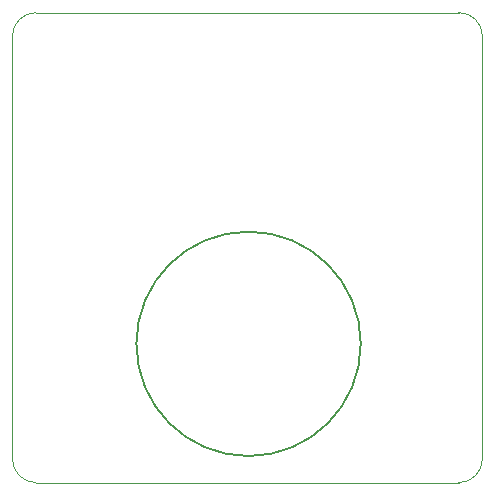
<source format=gm1>
G04 #@! TF.GenerationSoftware,KiCad,Pcbnew,7.0.2*
G04 #@! TF.CreationDate,2023-08-25T12:46:11-04:00*
G04 #@! TF.ProjectId,Foras Promineo CLR PCB,466f7261-7320-4507-926f-6d696e656f20,rev?*
G04 #@! TF.SameCoordinates,PX3969440PY5f5e100*
G04 #@! TF.FileFunction,Profile,NP*
%FSLAX46Y46*%
G04 Gerber Fmt 4.6, Leading zero omitted, Abs format (unit mm)*
G04 Created by KiCad (PCBNEW 7.0.2) date 2023-08-25 12:46:11*
%MOMM*%
%LPD*%
G01*
G04 APERTURE LIST*
G04 #@! TA.AperFunction,Profile*
%ADD10C,0.100000*%
G04 #@! TD*
G04 #@! TA.AperFunction,Profile*
%ADD11C,0.200000*%
G04 #@! TD*
G04 APERTURE END LIST*
D10*
X0Y37800000D02*
X0Y2000000D01*
D11*
X29496000Y11750000D02*
G75*
G03*
X29496000Y11750000I-9500000J0D01*
G01*
D10*
X2000000Y39800000D02*
G75*
G03*
X0Y37800000I0J-2000000D01*
G01*
X37800000Y0D02*
G75*
G03*
X39800000Y2000000I0J2000000D01*
G01*
X0Y2000000D02*
G75*
G03*
X2000000Y0I2000000J0D01*
G01*
X2000000Y0D02*
X37800000Y0D01*
X39800000Y2000000D02*
X39800000Y37800000D01*
X37800000Y39800000D02*
X2000000Y39800000D01*
X39800000Y37800000D02*
G75*
G03*
X37800000Y39800000I-2000000J0D01*
G01*
M02*

</source>
